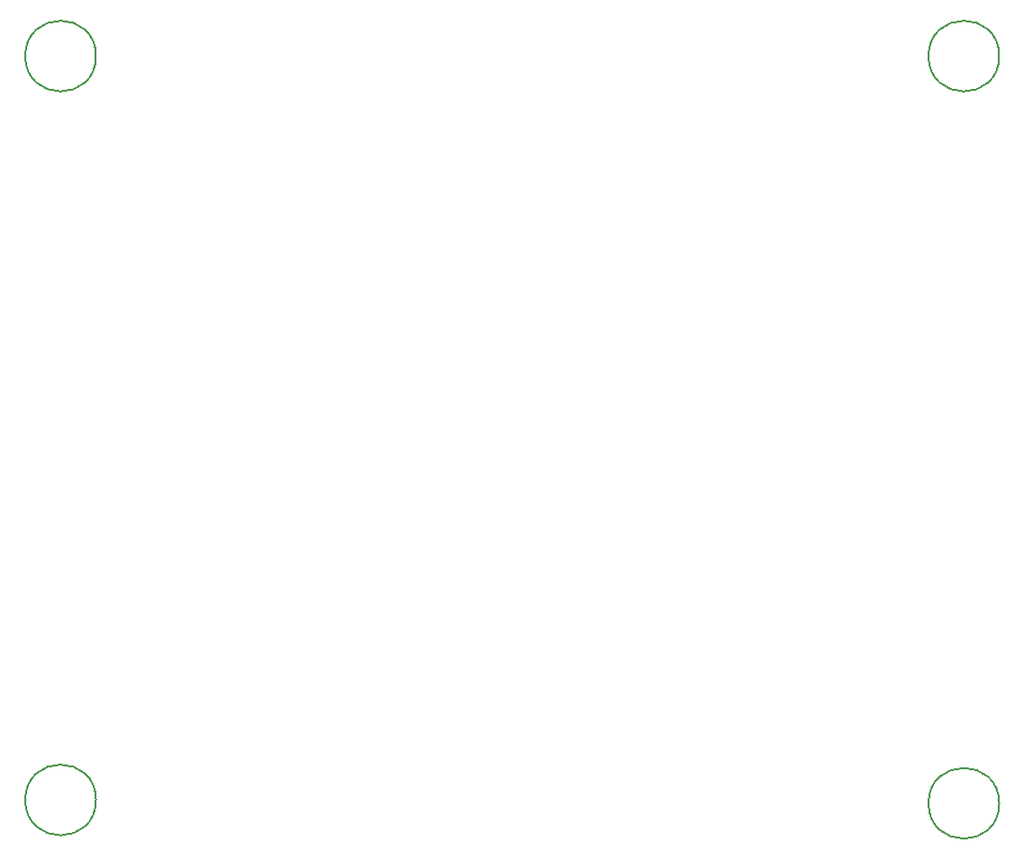
<source format=gbr>
G04 #@! TF.GenerationSoftware,KiCad,Pcbnew,7.0.7*
G04 #@! TF.CreationDate,2023-09-07T10:59:33+03:00*
G04 #@! TF.ProjectId,colorlight-cnc-proto,636f6c6f-726c-4696-9768-742d636e632d,rev?*
G04 #@! TF.SameCoordinates,Original*
G04 #@! TF.FileFunction,Other,Comment*
%FSLAX46Y46*%
G04 Gerber Fmt 4.6, Leading zero omitted, Abs format (unit mm)*
G04 Created by KiCad (PCBNEW 7.0.7) date 2023-09-07 10:59:33*
%MOMM*%
%LPD*%
G01*
G04 APERTURE LIST*
%ADD10C,0.150000*%
G04 APERTURE END LIST*
D10*
G04 #@! TO.C,H3*
X88502944Y-71302944D02*
G75*
G03*
X88502944Y-71302944I-3200000J0D01*
G01*
G04 #@! TO.C,H2*
X6800000Y-71000000D02*
G75*
G03*
X6800000Y-71000000I-3200000J0D01*
G01*
G04 #@! TO.C,H1*
X6800000Y-3697056D02*
G75*
G03*
X6800000Y-3697056I-3200000J0D01*
G01*
G04 #@! TO.C,H4*
X88502944Y-3697056D02*
G75*
G03*
X88502944Y-3697056I-3200000J0D01*
G01*
G04 #@! TD*
M02*

</source>
